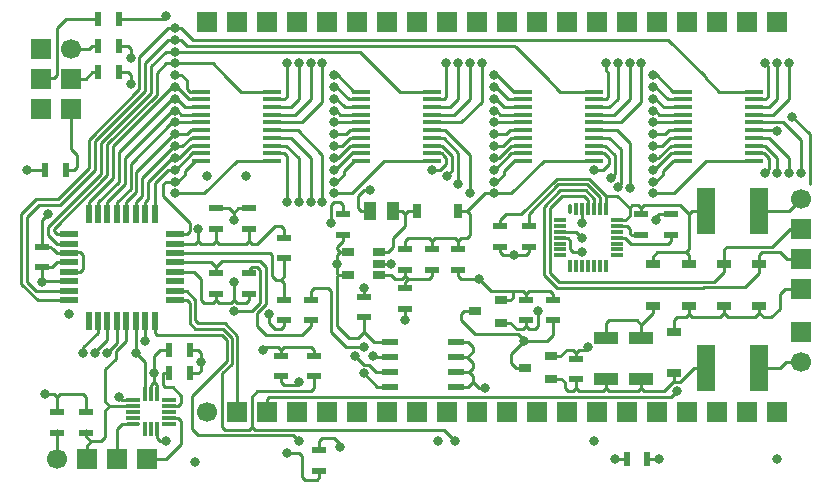
<source format=gbr>
G04 #@! TF.GenerationSoftware,KiCad,Pcbnew,(5.1.2-1)-1*
G04 #@! TF.CreationDate,2019-10-19T13:23:49+03:00*
G04 #@! TF.ProjectId,mag,6d61672e-6b69-4636-9164-5f7063625858,rev?*
G04 #@! TF.SameCoordinates,Original*
G04 #@! TF.FileFunction,Copper,L4,Bot*
G04 #@! TF.FilePolarity,Positive*
%FSLAX46Y46*%
G04 Gerber Fmt 4.6, Leading zero omitted, Abs format (unit mm)*
G04 Created by KiCad (PCBNEW (5.1.2-1)-1) date 2019-10-19 13:23:49*
%MOMM*%
%LPD*%
G04 APERTURE LIST*
%ADD10C,1.700000*%
%ADD11R,1.700000X1.700000*%
%ADD12R,1.250000X0.500000*%
%ADD13R,1.473200X0.609600*%
%ADD14R,1.200000X0.800000*%
%ADD15R,0.800000X1.200000*%
%ADD16R,0.500000X1.250000*%
%ADD17R,1.100000X0.800000*%
%ADD18R,0.300000X1.200000*%
%ADD19R,1.200000X0.300000*%
%ADD20O,1.200000X0.300000*%
%ADD21R,0.300000X1.000000*%
%ADD22O,0.300000X1.000000*%
%ADD23R,1.000000X0.300000*%
%ADD24R,2.000000X1.000000*%
%ADD25R,1.000000X1.500000*%
%ADD26R,1.500000X4.000000*%
%ADD27R,1.100000X0.700000*%
%ADD28R,1.500000X0.550000*%
%ADD29R,0.550000X1.500000*%
%ADD30R,1.500000X0.400000*%
%ADD31C,0.800000*%
%ADD32C,0.250000*%
G04 APERTURE END LIST*
D10*
X117750000Y-75000000D03*
D11*
X120290000Y-75000000D03*
X122830000Y-75000000D03*
X125370000Y-75000000D03*
X127910000Y-75000000D03*
X130450000Y-75000000D03*
X132990000Y-75000000D03*
X135530000Y-75000000D03*
X138070000Y-75000000D03*
X140610000Y-75000000D03*
X143150000Y-75000000D03*
X145690000Y-75000000D03*
X148230000Y-75000000D03*
X150770000Y-75000000D03*
X153310000Y-75000000D03*
X155850000Y-75000000D03*
X158390000Y-75000000D03*
X160930000Y-75000000D03*
X163470000Y-75000000D03*
X166010000Y-75000000D03*
X117750000Y-41980000D03*
X120290000Y-41980000D03*
X122830000Y-41980000D03*
X125370000Y-41980000D03*
X127910000Y-41980000D03*
X130450000Y-41980000D03*
X132990000Y-41980000D03*
X135530000Y-41980000D03*
X138070000Y-41980000D03*
X140610000Y-41980000D03*
X143150000Y-41980000D03*
X145690000Y-41980000D03*
X148230000Y-41980000D03*
X150770000Y-41980000D03*
X153310000Y-41980000D03*
X155850000Y-41980000D03*
X158390000Y-41980000D03*
X160930000Y-41980000D03*
X163470000Y-41980000D03*
X166010000Y-41980000D03*
D12*
X118500000Y-65000000D03*
X118500000Y-63250000D03*
X121250000Y-65000000D03*
X121250000Y-63250000D03*
X121250000Y-57750000D03*
X121250000Y-59500000D03*
X118500000Y-57750000D03*
X118500000Y-59500000D03*
X131000000Y-65250000D03*
X131000000Y-67000000D03*
D13*
X133206000Y-69095000D03*
X133206000Y-70365000D03*
X133206000Y-71635000D03*
X133206000Y-72905000D03*
X138794000Y-72905000D03*
X138794000Y-71635000D03*
X138794000Y-70365000D03*
X138794000Y-69095000D03*
D14*
X158500000Y-62500000D03*
X158500000Y-66000000D03*
X155500000Y-66000000D03*
X155500000Y-62500000D03*
D15*
X139000000Y-58000000D03*
X135500000Y-58000000D03*
D14*
X157250000Y-71750000D03*
X157250000Y-68250000D03*
X161500000Y-62500000D03*
X161500000Y-66000000D03*
X164500000Y-62500000D03*
X164500000Y-66000000D03*
D12*
X103750000Y-62750000D03*
X103750000Y-61000000D03*
D11*
X112620000Y-79000000D03*
X110080000Y-79000000D03*
X107540000Y-79000000D03*
D10*
X105000000Y-79000000D03*
D16*
X108500000Y-44000000D03*
X110250000Y-44000000D03*
X108500000Y-41750000D03*
X110250000Y-41750000D03*
X108500000Y-46250000D03*
X110250000Y-46250000D03*
D12*
X126500000Y-65500000D03*
X126500000Y-67250000D03*
X124000000Y-72000000D03*
X124000000Y-70250000D03*
X126750000Y-72000000D03*
X126750000Y-70250000D03*
D17*
X144650000Y-71250000D03*
X146850000Y-72200000D03*
X146850000Y-70300000D03*
D16*
X153250000Y-79000000D03*
X155000000Y-79000000D03*
D12*
X149000000Y-70500000D03*
X149000000Y-72250000D03*
X127250000Y-78250000D03*
X127250000Y-80000000D03*
D16*
X116250000Y-71750000D03*
X114500000Y-71750000D03*
D18*
X112500000Y-76475000D03*
X113000000Y-76475000D03*
X113500000Y-76475000D03*
D19*
X114500000Y-76000000D03*
X114500000Y-75500000D03*
X114500000Y-75000000D03*
X114500000Y-74500000D03*
X114500000Y-74000000D03*
X111500000Y-74000000D03*
X111500000Y-74500000D03*
D20*
X111500000Y-76000000D03*
D19*
X111500000Y-75500000D03*
X111500000Y-75000000D03*
D18*
X113500000Y-73500000D03*
X112500000Y-73500000D03*
X113000000Y-73500000D03*
D16*
X116250000Y-69750000D03*
X114500000Y-69750000D03*
D21*
X151500000Y-57850000D03*
X148500000Y-62650000D03*
X149500000Y-62650000D03*
X150500000Y-62650000D03*
X150000000Y-62650000D03*
X149000000Y-62650000D03*
X151500000Y-62650000D03*
X149000000Y-57850000D03*
X150000000Y-57850000D03*
X150500000Y-57850000D03*
X149500000Y-57850000D03*
D22*
X148500000Y-57850000D03*
D21*
X151000000Y-57850000D03*
X151000000Y-62650000D03*
D23*
X152400000Y-58750000D03*
X152400000Y-61250000D03*
X152400000Y-60250000D03*
X152400000Y-59750000D03*
X152400000Y-60750000D03*
X152400000Y-61750000D03*
X152400000Y-59250000D03*
X147600000Y-61750000D03*
X147600000Y-61250000D03*
X147600000Y-60750000D03*
X147600000Y-58750000D03*
X147600000Y-59250000D03*
X147600000Y-59750000D03*
X147600000Y-60250000D03*
D24*
X151500000Y-68750000D03*
X151500000Y-72250000D03*
X154500000Y-68750000D03*
X154500000Y-72250000D03*
D11*
X168000000Y-64620000D03*
X168000000Y-62080000D03*
X168000000Y-59540000D03*
D10*
X168000000Y-57000000D03*
D11*
X168000000Y-68250000D03*
D10*
X168000000Y-70790000D03*
D12*
X157000000Y-60000000D03*
X157000000Y-58250000D03*
X154500000Y-60000000D03*
X154500000Y-58250000D03*
X134500000Y-66250000D03*
X134500000Y-64500000D03*
X134500000Y-63000000D03*
X134500000Y-61250000D03*
D25*
X133499999Y-58000000D03*
X131499999Y-58000000D03*
D17*
X140400000Y-66500000D03*
X142600000Y-67450000D03*
X142600000Y-65550000D03*
D26*
X160000000Y-58000000D03*
X164500000Y-58000000D03*
X160000000Y-71250000D03*
X164500000Y-71250000D03*
D27*
X129650000Y-61500000D03*
X129650000Y-63400000D03*
X132250000Y-63400000D03*
X132250000Y-62450000D03*
X132250000Y-61500000D03*
D12*
X145000000Y-61000000D03*
X145000000Y-59250000D03*
X142500000Y-61000000D03*
X142500000Y-59250000D03*
X139000000Y-63000000D03*
X139000000Y-61250000D03*
X144750000Y-65500000D03*
X144750000Y-67250000D03*
X136750000Y-63000000D03*
X136750000Y-61250000D03*
X147000000Y-65500000D03*
X147000000Y-67250000D03*
X129250000Y-58250000D03*
X129250000Y-60000000D03*
X105000000Y-76750000D03*
X105000000Y-75000000D03*
X107500000Y-76750000D03*
X107500000Y-75000000D03*
D16*
X105750000Y-54500000D03*
X104000000Y-54500000D03*
D12*
X124250000Y-62000000D03*
X124250000Y-60250000D03*
X124250000Y-67250000D03*
X124250000Y-65500000D03*
D28*
X106000000Y-65550000D03*
X106000000Y-64750000D03*
X106000000Y-63950000D03*
X106000000Y-63150000D03*
X106000000Y-62350000D03*
X106000000Y-61550000D03*
X106000000Y-60750000D03*
X106000000Y-59950000D03*
D29*
X107700000Y-58250000D03*
X108500000Y-58250000D03*
X109300000Y-58250000D03*
X110100000Y-58250000D03*
X110900000Y-58250000D03*
X111700000Y-58250000D03*
X112500000Y-58250000D03*
X113300000Y-58250000D03*
D28*
X115000000Y-59950000D03*
X115000000Y-60750000D03*
X115000000Y-61550000D03*
X115000000Y-62350000D03*
X115000000Y-63150000D03*
X115000000Y-63950000D03*
X115000000Y-64750000D03*
X115000000Y-65550000D03*
D29*
X113300000Y-67300000D03*
X112500000Y-67300000D03*
X111700000Y-67300000D03*
X110900000Y-67300000D03*
X110100000Y-67300000D03*
X109300000Y-67300000D03*
X108500000Y-67300000D03*
X107700000Y-67300000D03*
D30*
X117250000Y-53750000D03*
X123250000Y-53750000D03*
X117250000Y-53100000D03*
X123250000Y-53100000D03*
X117250000Y-52450000D03*
X123250000Y-52450000D03*
X117250000Y-51800000D03*
X123250000Y-51800000D03*
X117250000Y-51150000D03*
X123250000Y-51150000D03*
X117250000Y-50500000D03*
X123250000Y-50500000D03*
X117250000Y-49850000D03*
X123250000Y-49850000D03*
X117250000Y-49200000D03*
X123250000Y-49200000D03*
X117250000Y-48550000D03*
X123250000Y-48550000D03*
X117250000Y-47900000D03*
X123250000Y-47900000D03*
X136750000Y-47900000D03*
X130750000Y-47900000D03*
X136750000Y-48550000D03*
X130750000Y-48550000D03*
X136750000Y-49200000D03*
X130750000Y-49200000D03*
X136750000Y-49850000D03*
X130750000Y-49850000D03*
X136750000Y-50500000D03*
X130750000Y-50500000D03*
X136750000Y-51150000D03*
X130750000Y-51150000D03*
X136750000Y-51800000D03*
X130750000Y-51800000D03*
X136750000Y-52450000D03*
X130750000Y-52450000D03*
X136750000Y-53100000D03*
X130750000Y-53100000D03*
X136750000Y-53750000D03*
X130750000Y-53750000D03*
D10*
X106250000Y-44250000D03*
D11*
X106250000Y-46790000D03*
X106250000Y-49330000D03*
X103710000Y-44250000D03*
X103710000Y-46790000D03*
X103710000Y-49330000D03*
D30*
X144500000Y-53750000D03*
X150500000Y-53750000D03*
X144500000Y-53100000D03*
X150500000Y-53100000D03*
X144500000Y-52450000D03*
X150500000Y-52450000D03*
X144500000Y-51800000D03*
X150500000Y-51800000D03*
X144500000Y-51150000D03*
X150500000Y-51150000D03*
X144500000Y-50500000D03*
X150500000Y-50500000D03*
X144500000Y-49850000D03*
X150500000Y-49850000D03*
X144500000Y-49200000D03*
X150500000Y-49200000D03*
X144500000Y-48550000D03*
X150500000Y-48550000D03*
X144500000Y-47900000D03*
X150500000Y-47900000D03*
X164000000Y-47900000D03*
X158000000Y-47900000D03*
X164000000Y-48550000D03*
X158000000Y-48550000D03*
X164000000Y-49200000D03*
X158000000Y-49200000D03*
X164000000Y-49850000D03*
X158000000Y-49850000D03*
X164000000Y-50500000D03*
X158000000Y-50500000D03*
X164000000Y-51150000D03*
X158000000Y-51150000D03*
X164000000Y-51800000D03*
X158000000Y-51800000D03*
X164000000Y-52450000D03*
X158000000Y-52450000D03*
X164000000Y-53100000D03*
X158000000Y-53100000D03*
X164000000Y-53750000D03*
X158000000Y-53750000D03*
D31*
X117750000Y-55000000D03*
X121000000Y-55000000D03*
X115000000Y-42500000D03*
X115000000Y-43500000D03*
X115000000Y-44500000D03*
X115000000Y-45500000D03*
X142000000Y-47500000D03*
X128500000Y-47500000D03*
X115000000Y-47500000D03*
X155500000Y-47500000D03*
X142000000Y-48500000D03*
X128500000Y-48500000D03*
X115000000Y-48500000D03*
X155500000Y-48500000D03*
X142000000Y-49500000D03*
X128500000Y-49500000D03*
X115000000Y-49500000D03*
X155500000Y-49500000D03*
X142000000Y-50500000D03*
X128500000Y-50500000D03*
X115000000Y-50500000D03*
X155500000Y-50500000D03*
X142000000Y-51500000D03*
X128500000Y-51500000D03*
X115000000Y-51500000D03*
X155500000Y-51500000D03*
X142000000Y-52500000D03*
X128500000Y-52500000D03*
X115000000Y-52500000D03*
X155500000Y-52500000D03*
X142000000Y-53500000D03*
X128500000Y-53500000D03*
X115000000Y-53500000D03*
X155500000Y-53500000D03*
X114250000Y-41500000D03*
X155500000Y-54500000D03*
X115000000Y-54500000D03*
X128500000Y-54500000D03*
X142000000Y-54500000D03*
X111250000Y-45000000D03*
X142000000Y-55500000D03*
X128500000Y-55500000D03*
X115000000Y-55500000D03*
X155500000Y-55500000D03*
X111250000Y-47250000D03*
X138750000Y-77500000D03*
X125500000Y-77500000D03*
X125500000Y-72500000D03*
X111750000Y-70000000D03*
X131000000Y-71750000D03*
X130250000Y-70250000D03*
X109250000Y-70000000D03*
X124500000Y-57250000D03*
X125500000Y-57250000D03*
X126500000Y-57250000D03*
X127500000Y-57250000D03*
X127500000Y-45500000D03*
X126500000Y-45500000D03*
X125500000Y-45500000D03*
X124500000Y-45500000D03*
X138000000Y-45500000D03*
X139000000Y-45500000D03*
X140000000Y-45500000D03*
X141000000Y-45500000D03*
X140000000Y-56500000D03*
X139000000Y-55750000D03*
X138030154Y-55030154D03*
X136750000Y-54550002D03*
X150500000Y-54550002D03*
X151945299Y-55167948D03*
X152500000Y-56000000D03*
X153500000Y-56025306D03*
X154500000Y-45500000D03*
X153500000Y-45500000D03*
X152500000Y-45500000D03*
X151500000Y-45500000D03*
X165000000Y-45500000D03*
X166000000Y-45500000D03*
X167000000Y-45500000D03*
X168000000Y-54750000D03*
X166000000Y-51250000D03*
X167250000Y-50000000D03*
X157500000Y-73250000D03*
X167000000Y-54750000D03*
X166000000Y-54750000D03*
X165000000Y-54750000D03*
X117000000Y-59500000D03*
X102500000Y-54500000D03*
X131500000Y-56250000D03*
X128750000Y-62500000D03*
X104000000Y-73500000D03*
X120000000Y-66500000D03*
X122500000Y-69750000D03*
X104250000Y-58250000D03*
X144599980Y-69000000D03*
X120000000Y-64000000D03*
X120000000Y-58750000D03*
X142000000Y-46500000D03*
X128500000Y-46500000D03*
X115000000Y-46500000D03*
X155500000Y-46500000D03*
X137250000Y-77500000D03*
X150500000Y-77500000D03*
X103750000Y-64000000D03*
X106000000Y-66750000D03*
X166000000Y-79000000D03*
X149500000Y-59000000D03*
X155750000Y-58750000D03*
X143750000Y-61750000D03*
X140750000Y-63750000D03*
X134500000Y-67250000D03*
X133263212Y-62457060D03*
X129000000Y-78000000D03*
X128250000Y-59000000D03*
X117250000Y-70750000D03*
X110250000Y-73750000D03*
X131000000Y-64500000D03*
X131750000Y-70250000D03*
X123000000Y-66750000D03*
X141250000Y-73000000D03*
X116750000Y-79250000D03*
X108250000Y-70000000D03*
X149500000Y-60275000D03*
X107250000Y-70000000D03*
X149500000Y-61500000D03*
X124500000Y-78500000D03*
X114250000Y-77500000D03*
X113250000Y-71750000D03*
X131000000Y-69500000D03*
X145750000Y-66500000D03*
X149963342Y-69518329D03*
X156000000Y-79000000D03*
X142000000Y-56500000D03*
X128500000Y-56500000D03*
X115000000Y-56500000D03*
X155500000Y-56500000D03*
X112500000Y-69000000D03*
X152250000Y-79000000D03*
D32*
X118500000Y-62750000D02*
X118500000Y-63250000D01*
X118100000Y-62350000D02*
X118500000Y-62750000D01*
X115000000Y-62350000D02*
X118100000Y-62350000D01*
X119000000Y-62250000D02*
X118500000Y-62750000D01*
X122250000Y-62250000D02*
X119000000Y-62250000D01*
X122750000Y-62750000D02*
X122250000Y-62250000D01*
X122000000Y-66636410D02*
X122750000Y-65886410D01*
X122750000Y-65886410D02*
X122750000Y-62750000D01*
X122000000Y-67750000D02*
X122000000Y-66636410D01*
X122750000Y-68500000D02*
X122000000Y-67750000D01*
X125750000Y-68500000D02*
X122750000Y-68500000D01*
X126500000Y-67750000D02*
X125750000Y-68500000D01*
X126500000Y-67250000D02*
X126500000Y-67750000D01*
X161100012Y-47900000D02*
X163750000Y-47900000D01*
X159850006Y-46649994D02*
X161100012Y-47900000D01*
X159850006Y-46600006D02*
X159850006Y-46649994D01*
X115565685Y-42500000D02*
X116565685Y-43500000D01*
X156750000Y-43500000D02*
X159850006Y-46600006D01*
X116565685Y-43500000D02*
X156750000Y-43500000D01*
X115000000Y-42500000D02*
X115565685Y-42500000D01*
X112000000Y-47704360D02*
X112000000Y-44934315D01*
X107750000Y-51954360D02*
X112000000Y-47704360D01*
X114434315Y-42500000D02*
X115000000Y-42500000D01*
X107750000Y-54363590D02*
X107750000Y-51954360D01*
X105113590Y-57000000D02*
X107750000Y-54363590D01*
X112000000Y-44934315D02*
X114434315Y-42500000D01*
X103250000Y-57000000D02*
X105113590Y-57000000D01*
X102000000Y-58250000D02*
X103250000Y-57000000D01*
X103413590Y-65550000D02*
X102000000Y-64136410D01*
X102000000Y-64136410D02*
X102000000Y-58250000D01*
X106000000Y-65550000D02*
X103413590Y-65550000D01*
X146475006Y-46774994D02*
X146350006Y-46649994D01*
X147600012Y-47900000D02*
X147475006Y-47774994D01*
X150250000Y-47900000D02*
X147600012Y-47900000D01*
X147475006Y-47774994D02*
X146475006Y-46774994D01*
X115565685Y-43500000D02*
X116065685Y-44000000D01*
X115000000Y-43500000D02*
X115565685Y-43500000D01*
X143700012Y-44000000D02*
X143850006Y-44149994D01*
X116065685Y-44000000D02*
X143700012Y-44000000D01*
X143850006Y-44149994D02*
X146475006Y-46774994D01*
X114434315Y-43500000D02*
X115000000Y-43500000D01*
X108250000Y-54500000D02*
X108250000Y-52090770D01*
X105250000Y-57500000D02*
X108250000Y-54500000D01*
X112500000Y-45434315D02*
X114434315Y-43500000D01*
X102500000Y-64000000D02*
X102500000Y-58500000D01*
X108250000Y-52090770D02*
X112500000Y-47840770D01*
X103250000Y-64750000D02*
X102500000Y-64000000D01*
X103500000Y-57500000D02*
X105250000Y-57500000D01*
X112500000Y-47840770D02*
X112500000Y-45434315D01*
X102500000Y-58500000D02*
X103500000Y-57500000D01*
X106000000Y-64750000D02*
X103250000Y-64750000D01*
X134100012Y-47900000D02*
X136750000Y-47900000D01*
X130700012Y-44500000D02*
X134100012Y-47900000D01*
X115000000Y-44500000D02*
X130700012Y-44500000D01*
X108849981Y-52150019D02*
X108849982Y-52127198D01*
X108750000Y-52250000D02*
X108849981Y-52150019D01*
X114250000Y-44500000D02*
X115000000Y-44500000D01*
X108750000Y-54863590D02*
X108750000Y-52250000D01*
X104299991Y-60049991D02*
X104299991Y-59313599D01*
X108849982Y-52127198D02*
X113000000Y-47977180D01*
X104299991Y-59313599D02*
X108750000Y-54863590D01*
X105000000Y-60750000D02*
X104299991Y-60049991D01*
X113000000Y-45750000D02*
X114250000Y-44500000D01*
X113000000Y-47977180D02*
X113000000Y-45750000D01*
X106000000Y-60750000D02*
X105000000Y-60750000D01*
X123250000Y-47900000D02*
X120600012Y-47900000D01*
X115000000Y-45500000D02*
X118200012Y-45500000D01*
X118200012Y-45500000D02*
X119350006Y-46649994D01*
X120600012Y-47900000D02*
X119350006Y-46649994D01*
X114250000Y-45500000D02*
X115000000Y-45500000D01*
X109299991Y-52313599D02*
X113450010Y-48163580D01*
X109299991Y-54950009D02*
X109299991Y-52313599D01*
X104750000Y-59500000D02*
X109299991Y-54950009D01*
X104750000Y-59700000D02*
X104750000Y-59500000D01*
X113450010Y-48163580D02*
X113450010Y-46299990D01*
X105000000Y-59950000D02*
X104750000Y-59700000D01*
X113450010Y-46299990D02*
X114250000Y-45500000D01*
X106000000Y-59950000D02*
X105000000Y-59950000D01*
X143223002Y-48550000D02*
X142073002Y-47400001D01*
X144250000Y-48549999D02*
X143223002Y-48550000D01*
X142073002Y-47400001D02*
X142000000Y-47400000D01*
X129723002Y-48550000D02*
X128573002Y-47400001D01*
X130750000Y-48549999D02*
X129723002Y-48550000D01*
X128573002Y-47400001D02*
X128500000Y-47400000D01*
X115073002Y-47400001D02*
X115000000Y-47400000D01*
X117250000Y-48549999D02*
X116223002Y-48550000D01*
X116223002Y-48550000D02*
X115073002Y-47400001D01*
X156723002Y-48550000D02*
X155573002Y-47400001D01*
X157750000Y-48549999D02*
X156723002Y-48550000D01*
X155573002Y-47400001D02*
X155500000Y-47400000D01*
X114750000Y-47500000D02*
X115000000Y-47500000D01*
X109750000Y-52500000D02*
X114750000Y-47500000D01*
X109750000Y-55200000D02*
X109750000Y-52500000D01*
X107700000Y-57250000D02*
X109750000Y-55200000D01*
X107700000Y-58250000D02*
X107700000Y-57250000D01*
X142873002Y-49200000D02*
X142725001Y-49051999D01*
X144250000Y-49200000D02*
X142873002Y-49200000D01*
X142073002Y-48399999D02*
X142000000Y-48400000D01*
X142725001Y-49051999D02*
X142073002Y-48399999D01*
X129373002Y-49200000D02*
X129225001Y-49051999D01*
X130750000Y-49200000D02*
X129373002Y-49200000D01*
X129225001Y-49051999D02*
X128573002Y-48399999D01*
X128573002Y-48399999D02*
X128500000Y-48400000D01*
X115725001Y-49051999D02*
X115073002Y-48399999D01*
X115073002Y-48399999D02*
X115000000Y-48400000D01*
X115873002Y-49200000D02*
X115725001Y-49051999D01*
X117250000Y-49200000D02*
X115873002Y-49200000D01*
X156373002Y-49200000D02*
X156225001Y-49051999D01*
X157750000Y-49200000D02*
X156373002Y-49200000D01*
X155573002Y-48399999D02*
X155500000Y-48400000D01*
X156225001Y-49051999D02*
X155573002Y-48399999D01*
X110250000Y-53000000D02*
X114750000Y-48500000D01*
X110250000Y-55500000D02*
X110250000Y-53000000D01*
X114750000Y-48500000D02*
X115000000Y-48500000D01*
X108500000Y-57250000D02*
X110250000Y-55500000D01*
X108500000Y-58250000D02*
X108500000Y-57250000D01*
X142523002Y-49850000D02*
X142073002Y-49400000D01*
X144250000Y-49850000D02*
X142523002Y-49850000D01*
X142073002Y-49400000D02*
X142000000Y-49400000D01*
X130750000Y-49850000D02*
X129023002Y-49850000D01*
X129023002Y-49850000D02*
X128573002Y-49400000D01*
X128573002Y-49400000D02*
X128500000Y-49400000D01*
X115073002Y-49400000D02*
X115000000Y-49400000D01*
X117250000Y-49850000D02*
X115523002Y-49850000D01*
X115523002Y-49850000D02*
X115073002Y-49400000D01*
X156023002Y-49850000D02*
X155573002Y-49400000D01*
X157750000Y-49850000D02*
X156023002Y-49850000D01*
X155573002Y-49400000D02*
X155500000Y-49400000D01*
X114750000Y-49500000D02*
X115000000Y-49500000D01*
X110750000Y-53500000D02*
X114750000Y-49500000D01*
X110750000Y-55750000D02*
X110750000Y-53500000D01*
X109300000Y-57200000D02*
X110750000Y-55750000D01*
X109300000Y-58250000D02*
X109300000Y-57200000D01*
X142100000Y-50500000D02*
X142000000Y-50400000D01*
X144250000Y-50500001D02*
X142100000Y-50500000D01*
X130750000Y-50500001D02*
X128600000Y-50500000D01*
X128600000Y-50500000D02*
X128500000Y-50400000D01*
X117250000Y-50500001D02*
X115100000Y-50500000D01*
X115100000Y-50500000D02*
X115000000Y-50400000D01*
X155600000Y-50500000D02*
X155500000Y-50400000D01*
X157750000Y-50500001D02*
X155600000Y-50500000D01*
X111250000Y-54000000D02*
X114750000Y-50500000D01*
X111250000Y-56100000D02*
X111250000Y-54000000D01*
X114750000Y-50500000D02*
X115000000Y-50500000D01*
X110100000Y-57250000D02*
X111250000Y-56100000D01*
X110100000Y-58250000D02*
X110100000Y-57250000D01*
X116000000Y-51500000D02*
X115000000Y-51500000D01*
X116350000Y-51150000D02*
X116000000Y-51500000D01*
X117500000Y-51150000D02*
X116350000Y-51150000D01*
X129500000Y-51500000D02*
X128500000Y-51500000D01*
X129850000Y-51150000D02*
X129500000Y-51500000D01*
X131000000Y-51150000D02*
X129850000Y-51150000D01*
X143000000Y-51500000D02*
X142000000Y-51500000D01*
X143350000Y-51150000D02*
X143000000Y-51500000D01*
X144500000Y-51150000D02*
X143350000Y-51150000D01*
X158000000Y-51150000D02*
X156850000Y-51150000D01*
X156500000Y-51500000D02*
X155500000Y-51500000D01*
X156850000Y-51150000D02*
X156500000Y-51500000D01*
X110900000Y-57250000D02*
X111750000Y-56400000D01*
X110900000Y-58250000D02*
X110900000Y-57250000D01*
X111750000Y-56400000D02*
X111750000Y-55250000D01*
X111750000Y-55250000D02*
X111750000Y-54750000D01*
X114926998Y-51500000D02*
X111750000Y-54676998D01*
X111750000Y-54676998D02*
X111750000Y-55250000D01*
X115000000Y-51500000D02*
X114926998Y-51500000D01*
X117500000Y-51800000D02*
X116450000Y-51800000D01*
X131000000Y-51800000D02*
X129950000Y-51800000D01*
X143450000Y-51800000D02*
X142750000Y-52500000D01*
X144500000Y-51800000D02*
X143450000Y-51800000D01*
X142750000Y-52500000D02*
X142000000Y-52500000D01*
X142073001Y-52400000D02*
X142000000Y-52400000D01*
X128573001Y-52400000D02*
X128500000Y-52400000D01*
X115073001Y-52400000D02*
X115000000Y-52400000D01*
X158000000Y-51800000D02*
X156950000Y-51800000D01*
X156250000Y-52500000D02*
X155500000Y-52500000D01*
X156950000Y-51800000D02*
X156250000Y-52500000D01*
X115636410Y-52500000D02*
X115565685Y-52500000D01*
X116336410Y-51800000D02*
X115636410Y-52500000D01*
X115565685Y-52500000D02*
X115000000Y-52500000D01*
X117250000Y-51800000D02*
X116336410Y-51800000D01*
X129065685Y-52500000D02*
X128500000Y-52500000D01*
X129136410Y-52500000D02*
X129065685Y-52500000D01*
X129836410Y-51800000D02*
X129136410Y-52500000D01*
X130750000Y-51800000D02*
X129836410Y-51800000D01*
X111700000Y-57250000D02*
X111700000Y-58250000D01*
X112250000Y-56700000D02*
X111700000Y-57250000D01*
X112250000Y-55176998D02*
X112250000Y-56700000D01*
X114926998Y-52500000D02*
X112250000Y-55176998D01*
X115000000Y-52500000D02*
X114926998Y-52500000D01*
X142073002Y-53400000D02*
X142000000Y-53400000D01*
X128573002Y-53400000D02*
X128500000Y-53400000D01*
X115073002Y-53400000D02*
X115000000Y-53400000D01*
X156000000Y-53450000D02*
X156000000Y-53463590D01*
X157000000Y-52450000D02*
X156000000Y-53450000D01*
X158000000Y-52450000D02*
X157000000Y-52450000D01*
X155963590Y-53500000D02*
X155500000Y-53500000D01*
X156000000Y-53463590D02*
X155963590Y-53500000D01*
X130000000Y-52450000D02*
X131000000Y-52450000D01*
X143500000Y-52450000D02*
X144500000Y-52450000D01*
X142450000Y-53500000D02*
X143500000Y-52450000D01*
X142000000Y-53500000D02*
X142450000Y-53500000D01*
X116500000Y-52450000D02*
X117500000Y-52450000D01*
X115314998Y-53500000D02*
X115000000Y-53500000D01*
X116364998Y-52450000D02*
X115314998Y-53500000D01*
X117250000Y-52450000D02*
X116364998Y-52450000D01*
X128814998Y-53500000D02*
X128500000Y-53500000D01*
X129864998Y-52450000D02*
X128814998Y-53500000D01*
X130750000Y-52450000D02*
X129864998Y-52450000D01*
X112500000Y-57250000D02*
X112500000Y-58250000D01*
X112750000Y-57000000D02*
X112500000Y-57250000D01*
X112750000Y-55500000D02*
X112750000Y-57000000D01*
X114750000Y-53500000D02*
X112750000Y-55500000D01*
X115000000Y-53500000D02*
X114750000Y-53500000D01*
X114000000Y-41750000D02*
X114250000Y-41500000D01*
X110250000Y-41750000D02*
X114000000Y-41750000D01*
X117500000Y-53100000D02*
X116500000Y-53100000D01*
X131000000Y-53100000D02*
X130000000Y-53100000D01*
X143500000Y-53100000D02*
X142100000Y-54500000D01*
X144500000Y-53100000D02*
X143500000Y-53100000D01*
X142073002Y-54400000D02*
X142000000Y-54400000D01*
X128573002Y-54400000D02*
X128500000Y-54400000D01*
X115073002Y-54400000D02*
X115000000Y-54400000D01*
X113300000Y-58250000D02*
X113300000Y-55634315D01*
X114434315Y-54500000D02*
X115000000Y-54500000D01*
X113300000Y-55634315D02*
X114434315Y-54500000D01*
X155600000Y-54500000D02*
X155500000Y-54500000D01*
X157000000Y-53100000D02*
X155600000Y-54500000D01*
X158000000Y-53100000D02*
X157000000Y-53100000D01*
X116473002Y-53100000D02*
X115073002Y-54500000D01*
X115073002Y-54500000D02*
X115000000Y-54500000D01*
X117250000Y-53100000D02*
X116473002Y-53100000D01*
X128573002Y-54500000D02*
X128500000Y-54500000D01*
X129973002Y-53100000D02*
X128573002Y-54500000D01*
X130750000Y-53100000D02*
X129973002Y-53100000D01*
X111250000Y-45000000D02*
X111250000Y-44434315D01*
X111250000Y-44434315D02*
X111250000Y-44250000D01*
X111250000Y-44250000D02*
X111000000Y-44000000D01*
X111000000Y-44000000D02*
X110250000Y-44000000D01*
X142000000Y-55450000D02*
X142000000Y-55500000D01*
X130750000Y-53750000D02*
X130200000Y-53750000D01*
X128500000Y-55450000D02*
X128500000Y-55500000D01*
X115000000Y-55450000D02*
X115000000Y-55500000D01*
X117250000Y-53750000D02*
X116700000Y-53750000D01*
X157200000Y-53750000D02*
X157750000Y-53750000D01*
X155750000Y-55500000D02*
X156350000Y-54900000D01*
X156350000Y-54600000D02*
X157200000Y-53750000D01*
X156350000Y-54900000D02*
X156350000Y-54600000D01*
X155500000Y-55500000D02*
X155750000Y-55500000D01*
X143700000Y-53750000D02*
X144250000Y-53750000D01*
X142850000Y-54600000D02*
X143700000Y-53750000D01*
X142850000Y-54900000D02*
X142850000Y-54600000D01*
X142250000Y-55500000D02*
X142850000Y-54900000D01*
X142000000Y-55500000D02*
X142250000Y-55500000D01*
X130200000Y-53750000D02*
X130750000Y-53750000D01*
X129350000Y-54600000D02*
X130200000Y-53750000D01*
X129350000Y-54900000D02*
X129350000Y-54600000D01*
X128750000Y-55500000D02*
X129350000Y-54900000D01*
X128500000Y-55500000D02*
X128750000Y-55500000D01*
X115850000Y-54600000D02*
X116700000Y-53750000D01*
X116700000Y-53750000D02*
X117250000Y-53750000D01*
X115850000Y-54900000D02*
X115850000Y-54600000D01*
X115250000Y-55500000D02*
X115850000Y-54900000D01*
X115000000Y-55500000D02*
X115250000Y-55500000D01*
X116250000Y-59000000D02*
X116250000Y-59700000D01*
X114250000Y-55500000D02*
X114000000Y-55750000D01*
X114000000Y-55750000D02*
X114000000Y-56750000D01*
X116000000Y-59950000D02*
X115000000Y-59950000D01*
X116250000Y-59700000D02*
X116000000Y-59950000D01*
X114000000Y-56750000D02*
X116250000Y-59000000D01*
X115000000Y-55500000D02*
X114250000Y-55500000D01*
X115000000Y-59950000D02*
X115800000Y-59950000D01*
X111250000Y-47250000D02*
X111250000Y-46500000D01*
X111250000Y-46500000D02*
X111000000Y-46250000D01*
X111000000Y-46250000D02*
X110250000Y-46250000D01*
X123950000Y-63800000D02*
X124250000Y-63500000D01*
X124250000Y-64100000D02*
X123950000Y-63800000D01*
X124250000Y-65500000D02*
X124250000Y-64100000D01*
X124250000Y-63500000D02*
X124250000Y-62000000D01*
X123550000Y-63800000D02*
X123950000Y-63800000D01*
X123250000Y-63500000D02*
X123550000Y-63800000D01*
X123250000Y-61750000D02*
X123250000Y-63500000D01*
X123050000Y-61550000D02*
X123250000Y-61750000D01*
X115000000Y-61550000D02*
X123050000Y-61550000D01*
X119243195Y-67493195D02*
X120290000Y-68540000D01*
X116000000Y-64750000D02*
X116750000Y-65500000D01*
X116993195Y-67493195D02*
X119243195Y-67493195D01*
X120290000Y-68540000D02*
X120290000Y-75000000D01*
X115000000Y-64750000D02*
X116000000Y-64750000D01*
X116750000Y-67250000D02*
X116993195Y-67493195D01*
X116750000Y-65500000D02*
X116750000Y-67250000D01*
X138125000Y-76875000D02*
X138750000Y-77500000D01*
X137750000Y-76500000D02*
X138125000Y-76875000D01*
X119839990Y-68726400D02*
X119839990Y-70910010D01*
X119000000Y-76250000D02*
X119250000Y-76500000D01*
X119000000Y-71750000D02*
X119000000Y-76250000D01*
X119839990Y-70910010D02*
X119000000Y-71750000D01*
X122000000Y-73250000D02*
X121500000Y-73750000D01*
X126500000Y-73250000D02*
X122000000Y-73250000D01*
X126750000Y-72000000D02*
X126750000Y-73000000D01*
X126750000Y-73000000D02*
X126500000Y-73250000D01*
X121500000Y-76250000D02*
X121250000Y-76500000D01*
X121500000Y-73750000D02*
X121500000Y-76250000D01*
X119250000Y-76500000D02*
X121250000Y-76500000D01*
X121500000Y-76250000D02*
X121750000Y-76500000D01*
X121750000Y-76500000D02*
X137750000Y-76500000D01*
X115000000Y-65550000D02*
X116050000Y-65550000D01*
X116050000Y-65550000D02*
X116250000Y-65750000D01*
X116250000Y-65750000D02*
X116250000Y-67500000D01*
X116250000Y-67500000D02*
X116693205Y-67943205D01*
X116693205Y-67943205D02*
X119056795Y-67943205D01*
X119056795Y-67943205D02*
X119839990Y-68726400D01*
X113300000Y-68300000D02*
X113300000Y-67300000D01*
X119389980Y-68912800D02*
X118977180Y-68500000D01*
X118977180Y-68500000D02*
X113500000Y-68500000D01*
X119389980Y-70723610D02*
X119389980Y-68912800D01*
X113500000Y-68500000D02*
X113300000Y-68300000D01*
X116431795Y-73681795D02*
X119389980Y-70723610D01*
X116431795Y-76431795D02*
X116431795Y-73681795D01*
X117000000Y-77000000D02*
X116431795Y-76431795D01*
X125000000Y-77000000D02*
X117000000Y-77000000D01*
X125500000Y-77500000D02*
X125000000Y-77000000D01*
X124000000Y-72000000D02*
X124000000Y-72500000D01*
X124000000Y-72500000D02*
X124250000Y-72750000D01*
X125250000Y-72750000D02*
X125500000Y-72500000D01*
X124250000Y-72750000D02*
X125250000Y-72750000D01*
X105000000Y-79000000D02*
X105000000Y-76500000D01*
X111700000Y-69950000D02*
X111750000Y-70000000D01*
X111700000Y-67300000D02*
X111700000Y-69950000D01*
X112500000Y-70750000D02*
X111750000Y-70000000D01*
X112500000Y-73700000D02*
X112500000Y-70750000D01*
X132155000Y-72905000D02*
X131000000Y-71750000D01*
X133206000Y-72905000D02*
X132155000Y-72905000D01*
X107540000Y-77900000D02*
X107940000Y-77500000D01*
X107540000Y-79000000D02*
X107540000Y-77900000D01*
X107875000Y-77500000D02*
X107940000Y-77500000D01*
X107500000Y-77125000D02*
X107875000Y-77500000D01*
X107500000Y-76500000D02*
X107500000Y-77125000D01*
X110568205Y-69318205D02*
X110900000Y-68986410D01*
X110550009Y-69336401D02*
X110550010Y-69318205D01*
X109125000Y-71375000D02*
X110000000Y-70500000D01*
X110900000Y-68986410D02*
X110900000Y-67300000D01*
X110550010Y-69318205D02*
X110568205Y-69318205D01*
X110000000Y-70500000D02*
X110000000Y-69886410D01*
X108750000Y-77500000D02*
X109125000Y-77125000D01*
X110000000Y-69886410D02*
X110550009Y-69336401D01*
X107940000Y-77500000D02*
X108750000Y-77500000D01*
X109500000Y-74500000D02*
X109125000Y-74875000D01*
X109125000Y-77125000D02*
X109125000Y-74875000D01*
X111700000Y-74500000D02*
X109500000Y-74500000D01*
X109125000Y-74125000D02*
X109500000Y-74500000D01*
X109125000Y-74125000D02*
X109125000Y-71375000D01*
X132061998Y-71635000D02*
X131426998Y-71000000D01*
X133206000Y-71635000D02*
X132061998Y-71635000D01*
X131000000Y-71000000D02*
X130250000Y-70250000D01*
X131426998Y-71000000D02*
X131000000Y-71000000D01*
X106250000Y-49250000D02*
X106250000Y-49500000D01*
X110100000Y-69150000D02*
X109250000Y-70000000D01*
X110100000Y-67300000D02*
X110100000Y-69150000D01*
X105750000Y-54500000D02*
X106250000Y-54500000D01*
X106250000Y-54500000D02*
X106500000Y-54500000D01*
X106500000Y-54500000D02*
X106750000Y-54250000D01*
X106750000Y-54250000D02*
X106750000Y-53250000D01*
X106750000Y-53250000D02*
X106250000Y-52750000D01*
X106250000Y-52750000D02*
X106250000Y-49250000D01*
X124250000Y-53100000D02*
X123250000Y-53100000D01*
X124500000Y-53350000D02*
X124250000Y-53100000D01*
X124500000Y-57250000D02*
X124500000Y-53350000D01*
X123250000Y-52450000D02*
X124450000Y-52450000D01*
X125500000Y-53500000D02*
X125500000Y-57250000D01*
X124450000Y-52450000D02*
X125500000Y-53500000D01*
X123250000Y-51800000D02*
X124800000Y-51800000D01*
X126500000Y-53500000D02*
X126500000Y-57250000D01*
X124800000Y-51800000D02*
X126500000Y-53500000D01*
X123250000Y-51150000D02*
X125400000Y-51150000D01*
X127500000Y-53250000D02*
X127500000Y-57250000D01*
X125400000Y-51150000D02*
X127500000Y-53250000D01*
X125750000Y-50500000D02*
X127500000Y-48750000D01*
X127500000Y-48750000D02*
X127500000Y-45500000D01*
X123250000Y-50500000D02*
X125750000Y-50500000D01*
X125150000Y-49850000D02*
X126500000Y-48500000D01*
X126500000Y-48500000D02*
X126500000Y-45500000D01*
X123250000Y-49850000D02*
X125150000Y-49850000D01*
X124800000Y-49200000D02*
X125500000Y-48500000D01*
X125500000Y-48500000D02*
X125500000Y-45500000D01*
X123250000Y-49200000D02*
X124800000Y-49200000D01*
X124500000Y-48300000D02*
X124500000Y-45500000D01*
X123250000Y-48550000D02*
X124250000Y-48550000D01*
X124250000Y-48550000D02*
X124500000Y-48300000D01*
X138000000Y-48300000D02*
X138000000Y-45500000D01*
X137750000Y-48550000D02*
X138000000Y-48300000D01*
X136750000Y-48550000D02*
X137750000Y-48550000D01*
X136750000Y-49200000D02*
X138300000Y-49200000D01*
X138300000Y-49200000D02*
X139000000Y-48500000D01*
X139000000Y-48500000D02*
X139000000Y-45500000D01*
X140000000Y-48500000D02*
X140000000Y-45500000D01*
X138650000Y-49850000D02*
X140000000Y-48500000D01*
X136750000Y-49850000D02*
X138650000Y-49850000D01*
X139250000Y-50500000D02*
X141000000Y-48750000D01*
X141000000Y-48750000D02*
X141000000Y-45500000D01*
X136750000Y-50500000D02*
X139250000Y-50500000D01*
X136750000Y-51150000D02*
X137900000Y-51150000D01*
X140000000Y-53250000D02*
X140000000Y-56500000D01*
X137900000Y-51150000D02*
X140000000Y-53250000D01*
X137750000Y-51800000D02*
X136750000Y-51800000D01*
X139000000Y-53050000D02*
X137750000Y-51800000D01*
X139000000Y-55750000D02*
X139000000Y-53050000D01*
X137586410Y-52450000D02*
X138500000Y-53363590D01*
X136750000Y-52450000D02*
X137586410Y-52450000D01*
X138500000Y-53363590D02*
X138500000Y-54171412D01*
X138500000Y-54560308D02*
X138030154Y-55030154D01*
X138500000Y-54171412D02*
X138500000Y-54560308D01*
X136750000Y-53100000D02*
X137600000Y-53100000D01*
X138000000Y-53500000D02*
X138000000Y-54035002D01*
X138000000Y-54035002D02*
X137485000Y-54550002D01*
X137485000Y-54550002D02*
X136750000Y-54550002D01*
X137825001Y-53325001D02*
X138000000Y-53500000D01*
X137600000Y-53100000D02*
X137825001Y-53325001D01*
X150500000Y-53100000D02*
X151350000Y-53100000D01*
X151350000Y-53100000D02*
X151575001Y-53325001D01*
X151575001Y-53325001D02*
X151750000Y-53500000D01*
X151235000Y-54550002D02*
X150500000Y-54550002D01*
X151750000Y-54035002D02*
X151235000Y-54550002D01*
X151750000Y-53500000D02*
X151750000Y-54035002D01*
X150250000Y-52450000D02*
X151450000Y-52450000D01*
X152250000Y-53250000D02*
X152250000Y-53500000D01*
X151450000Y-52450000D02*
X152250000Y-53250000D01*
X152250000Y-54250000D02*
X152250000Y-54525306D01*
X152250000Y-54863247D02*
X151945299Y-55167948D01*
X152250000Y-53750000D02*
X152250000Y-54863247D01*
X152250000Y-53500000D02*
X152250000Y-53750000D01*
X152250000Y-53750000D02*
X152250000Y-54250000D01*
X151800000Y-51800000D02*
X150250000Y-51800000D01*
X152750000Y-52750000D02*
X151800000Y-51800000D01*
X152750000Y-52750000D02*
X152750000Y-54661716D01*
X152750000Y-55750000D02*
X152500000Y-56000000D01*
X152750000Y-54661716D02*
X152750000Y-55750000D01*
X152400000Y-51150000D02*
X150250000Y-51150000D01*
X153500000Y-52250000D02*
X152400000Y-51150000D01*
X153500000Y-52250000D02*
X153500000Y-56025306D01*
X152750000Y-50500000D02*
X154500000Y-48750000D01*
X154500000Y-48750000D02*
X154500000Y-45500000D01*
X150250000Y-50500000D02*
X152750000Y-50500000D01*
X153500000Y-48500000D02*
X153500000Y-45500000D01*
X152150000Y-49850000D02*
X153500000Y-48500000D01*
X150250000Y-49850000D02*
X152150000Y-49850000D01*
X150250000Y-49200000D02*
X151800000Y-49200000D01*
X151800000Y-49200000D02*
X152500000Y-48500000D01*
X152500000Y-48500000D02*
X152500000Y-45500000D01*
X151500000Y-48550000D02*
X150500000Y-48550000D01*
X151717158Y-48332842D02*
X151500000Y-48550000D01*
X151717158Y-46282842D02*
X151717158Y-48332842D01*
X151500000Y-46065685D02*
X151717158Y-46282842D01*
X151500000Y-45500000D02*
X151500000Y-46065685D01*
X165250000Y-48300000D02*
X165000000Y-48550000D01*
X165250000Y-45750000D02*
X165250000Y-48300000D01*
X165000000Y-48550000D02*
X164000000Y-48550000D01*
X165000000Y-45500000D02*
X165250000Y-45750000D01*
X163750000Y-49200000D02*
X165300000Y-49200000D01*
X165300000Y-49200000D02*
X166000000Y-48500000D01*
X166000000Y-48500000D02*
X166000000Y-45500000D01*
X167000000Y-48500000D02*
X167000000Y-45500000D01*
X165650000Y-49850000D02*
X167000000Y-48500000D01*
X163750000Y-49850000D02*
X165650000Y-49850000D01*
X166500000Y-50500000D02*
X164000000Y-50500000D01*
X168000000Y-52000000D02*
X166500000Y-50500000D01*
X168000000Y-54750000D02*
X168000000Y-52000000D01*
X165900000Y-51150000D02*
X166000000Y-51250000D01*
X164000000Y-51150000D02*
X165900000Y-51150000D01*
X167250000Y-50000000D02*
X168750000Y-51500000D01*
X168750000Y-55000000D02*
X168750000Y-55750000D01*
X168750000Y-51500000D02*
X168750000Y-55000000D01*
X122830000Y-73900000D02*
X122830000Y-75000000D01*
X122990000Y-73740000D02*
X122830000Y-73900000D01*
X123000000Y-73750000D02*
X122990000Y-73740000D01*
X157000000Y-73750000D02*
X123000000Y-73750000D01*
X157500000Y-73250000D02*
X157000000Y-73750000D01*
X165300000Y-51800000D02*
X163750000Y-51800000D01*
X167000000Y-53500000D02*
X165300000Y-51800000D01*
X167000000Y-54750000D02*
X167000000Y-53500000D01*
X164950000Y-52450000D02*
X163750000Y-52450000D01*
X166000000Y-53500000D02*
X164950000Y-52450000D01*
X166000000Y-54750000D02*
X166000000Y-53500000D01*
X164000000Y-53100000D02*
X164885002Y-53100000D01*
X164892501Y-53107499D02*
X165250000Y-53464998D01*
X164885002Y-53100000D02*
X164892501Y-53107499D01*
X165274999Y-53489997D02*
X164892501Y-53107499D01*
X165000000Y-54750000D02*
X165274999Y-54475001D01*
X165274999Y-54475001D02*
X165274999Y-53489997D01*
X118250000Y-60750000D02*
X118500000Y-60500000D01*
X118500000Y-60500000D02*
X118500000Y-59500000D01*
X117000000Y-60500000D02*
X117000000Y-59500000D01*
X117250000Y-60750000D02*
X117000000Y-60500000D01*
X117500000Y-60750000D02*
X117250000Y-60750000D01*
X117500000Y-60750000D02*
X118250000Y-60750000D01*
X118500000Y-60500000D02*
X118750000Y-60750000D01*
X118750000Y-60750000D02*
X119750000Y-60750000D01*
X119750000Y-60750000D02*
X121000000Y-60750000D01*
X121000000Y-60750000D02*
X121250000Y-60500000D01*
X121250000Y-60500000D02*
X121250000Y-59500000D01*
X105000000Y-75000000D02*
X105000000Y-73750000D01*
X105000000Y-73750000D02*
X105250000Y-73500000D01*
X105250000Y-73500000D02*
X107250000Y-73500000D01*
X107250000Y-73500000D02*
X107500000Y-73750000D01*
X107500000Y-73750000D02*
X107500000Y-75000000D01*
X105000000Y-61550000D02*
X104700000Y-61250000D01*
X106000000Y-61550000D02*
X105000000Y-61550000D01*
X107000000Y-63150000D02*
X107250000Y-62900000D01*
X106000000Y-63150000D02*
X107000000Y-63150000D01*
X107250000Y-62900000D02*
X107250000Y-61750000D01*
X107250000Y-61750000D02*
X107000000Y-61500000D01*
X107000000Y-61500000D02*
X106000000Y-61500000D01*
X104000000Y-54500000D02*
X102500000Y-54500000D01*
X104450000Y-61000000D02*
X104700000Y-61250000D01*
X103750000Y-61000000D02*
X104450000Y-61000000D01*
X130749999Y-58000000D02*
X130500000Y-57750001D01*
X131499999Y-58000000D02*
X130749999Y-58000000D01*
X130500000Y-57750001D02*
X130500000Y-57500000D01*
X130500000Y-57500000D02*
X130500000Y-56750000D01*
X131000000Y-56250000D02*
X131500000Y-56250000D01*
X130500000Y-56750000D02*
X131000000Y-56250000D01*
X129250000Y-60000000D02*
X129250000Y-60500000D01*
X129250000Y-60500000D02*
X128750000Y-61000000D01*
X128750000Y-61000000D02*
X128750000Y-61250000D01*
X128750000Y-61250000D02*
X129000000Y-61500000D01*
X129000000Y-61500000D02*
X129500000Y-61500000D01*
X129000000Y-61500000D02*
X128750000Y-61750000D01*
X128750000Y-61750000D02*
X128750000Y-62500000D01*
X128850000Y-63400000D02*
X128750000Y-63300000D01*
X129650000Y-63400000D02*
X128850000Y-63400000D01*
X128750000Y-63300000D02*
X128750000Y-62500000D01*
X140450010Y-68450010D02*
X139250000Y-67250000D01*
X139250000Y-67250000D02*
X139250000Y-66750000D01*
X139250000Y-66750000D02*
X139500000Y-66500000D01*
X139500000Y-66500000D02*
X140250000Y-66500000D01*
X147000000Y-67250000D02*
X147000000Y-68500000D01*
X147000000Y-68500000D02*
X146500000Y-69000000D01*
X146500000Y-69000000D02*
X144599980Y-69000000D01*
X144049990Y-68450010D02*
X140450010Y-68450010D01*
X105000000Y-73750000D02*
X104750000Y-73500000D01*
X104750000Y-73500000D02*
X104000000Y-73500000D01*
X116750000Y-60750000D02*
X117000000Y-60500000D01*
X115000000Y-60750000D02*
X116750000Y-60750000D01*
X124250000Y-60250000D02*
X124250000Y-59500000D01*
X124250000Y-59500000D02*
X124000000Y-59250000D01*
X124000000Y-59250000D02*
X123500000Y-59250000D01*
X123500000Y-59250000D02*
X122000000Y-60750000D01*
X121500000Y-60750000D02*
X121250000Y-60500000D01*
X122000000Y-60750000D02*
X121500000Y-60750000D01*
X121250000Y-63250000D02*
X121250000Y-63000000D01*
X121250000Y-63000000D02*
X121500000Y-62750000D01*
X121500000Y-62750000D02*
X122000000Y-62750000D01*
X122000000Y-62750000D02*
X122250000Y-63000000D01*
X122250000Y-63000000D02*
X122250000Y-64500000D01*
X122250000Y-64500000D02*
X122250000Y-65750000D01*
X121500000Y-66500000D02*
X120000000Y-66500000D01*
X122250000Y-65750000D02*
X121500000Y-66500000D01*
X126750000Y-70250000D02*
X126750000Y-69750000D01*
X126750000Y-69750000D02*
X126500000Y-69500000D01*
X126500000Y-69500000D02*
X124250000Y-69500000D01*
X124250000Y-69500000D02*
X124000000Y-69750000D01*
X124000000Y-69750000D02*
X124000000Y-70250000D01*
X124000000Y-69750000D02*
X123750000Y-69500000D01*
X123750000Y-69500000D02*
X123250000Y-69500000D01*
X122750000Y-69500000D02*
X122500000Y-69750000D01*
X123250000Y-69500000D02*
X122750000Y-69500000D01*
X103750000Y-58750000D02*
X104250000Y-58250000D01*
X103750000Y-61000000D02*
X103750000Y-58750000D01*
X143850000Y-71250000D02*
X143500000Y-70900000D01*
X144650000Y-71250000D02*
X143850000Y-71250000D01*
X144549990Y-68950010D02*
X144049990Y-68450010D01*
X144599980Y-69000000D02*
X144549990Y-68950010D01*
X143500000Y-70099980D02*
X144599980Y-69000000D01*
X143500000Y-70900000D02*
X143500000Y-70250000D01*
X143500000Y-70250000D02*
X143500000Y-70099980D01*
X131000000Y-67000000D02*
X131000000Y-68250000D01*
X131845000Y-69095000D02*
X131250000Y-68500000D01*
X133206000Y-69095000D02*
X131845000Y-69095000D01*
X131250000Y-68500000D02*
X131750000Y-69000000D01*
X131000000Y-68250000D02*
X131250000Y-68500000D01*
X129750000Y-68750000D02*
X130500000Y-68750000D01*
X128750000Y-67750000D02*
X129750000Y-68750000D01*
X128750000Y-63500000D02*
X128750000Y-67750000D01*
X130500000Y-68750000D02*
X131000000Y-68250000D01*
X128850000Y-63400000D02*
X128750000Y-63500000D01*
X114812500Y-72937500D02*
X115500000Y-73625000D01*
X114187500Y-72937500D02*
X114812500Y-72937500D01*
X115250000Y-74500000D02*
X114300000Y-74500000D01*
X115500000Y-74250000D02*
X115250000Y-74500000D01*
X115500000Y-73625000D02*
X115500000Y-74250000D01*
X114500000Y-71750000D02*
X114000000Y-71750000D01*
X113975001Y-72725001D02*
X114187500Y-72937500D01*
X113975001Y-71774999D02*
X113975001Y-72725001D01*
X114000000Y-71750000D02*
X113975001Y-71774999D01*
X143700000Y-47900000D02*
X142199997Y-46399997D01*
X144250000Y-47900000D02*
X143700000Y-47900000D01*
X142199997Y-46399997D02*
X142000000Y-46399997D01*
X130200000Y-47900000D02*
X128699997Y-46399997D01*
X130750000Y-47900000D02*
X130200000Y-47900000D01*
X128699997Y-46399997D02*
X128500000Y-46399997D01*
X115199997Y-46399997D02*
X115000000Y-46399997D01*
X117250000Y-47900000D02*
X116700000Y-47900000D01*
X157200000Y-47900000D02*
X155699997Y-46399997D01*
X157750000Y-47900000D02*
X157200000Y-47900000D01*
X155699997Y-46399997D02*
X155500000Y-46399997D01*
X120000000Y-58750000D02*
X120000000Y-58500000D01*
X116000000Y-47650000D02*
X116250000Y-47900000D01*
X116000000Y-46934315D02*
X116000000Y-47650000D01*
X116250000Y-47900000D02*
X117250000Y-47900000D01*
X115565685Y-46500000D02*
X116000000Y-46934315D01*
X115000000Y-46500000D02*
X115565685Y-46500000D01*
X120375000Y-57750000D02*
X120000000Y-58125000D01*
X121250000Y-57750000D02*
X120375000Y-57750000D01*
X120000000Y-58125000D02*
X120000000Y-58750000D01*
X119625000Y-57750000D02*
X120000000Y-58125000D01*
X118500000Y-57750000D02*
X119625000Y-57750000D01*
X105000000Y-62350000D02*
X104600000Y-62750000D01*
X106000000Y-62350000D02*
X105000000Y-62350000D01*
X104600000Y-62750000D02*
X103750000Y-62750000D01*
X103750000Y-62750000D02*
X103750000Y-64000000D01*
X103800000Y-63950000D02*
X103750000Y-64000000D01*
X106000000Y-63950000D02*
X103800000Y-63950000D01*
X166630000Y-64620000D02*
X166250000Y-65000000D01*
X168000000Y-64620000D02*
X166630000Y-64620000D01*
X166250000Y-65000000D02*
X166500000Y-64750000D01*
X164500000Y-66000000D02*
X164500000Y-66650000D01*
X161500000Y-66000000D02*
X161500000Y-66650000D01*
X161500000Y-66650000D02*
X161850000Y-67000000D01*
X164150000Y-67000000D02*
X164500000Y-66650000D01*
X161850000Y-67000000D02*
X164150000Y-67000000D01*
X164850000Y-67000000D02*
X164500000Y-66650000D01*
X165500000Y-67000000D02*
X164850000Y-67000000D01*
X166250000Y-66250000D02*
X165500000Y-67000000D01*
X166250000Y-65000000D02*
X166250000Y-66250000D01*
X161500000Y-66650000D02*
X161150000Y-67000000D01*
X161150000Y-67000000D02*
X159750000Y-67000000D01*
X159750000Y-67000000D02*
X158750000Y-67000000D01*
X158750000Y-67000000D02*
X158500000Y-66750000D01*
X158500000Y-66750000D02*
X158500000Y-66000000D01*
X157500000Y-67000000D02*
X158250000Y-67000000D01*
X157250000Y-67250000D02*
X157500000Y-67000000D01*
X158250000Y-67000000D02*
X158500000Y-66750000D01*
X157250000Y-68250000D02*
X157250000Y-67250000D01*
X149500000Y-57850000D02*
X149500000Y-59000000D01*
X157000000Y-58250000D02*
X156000000Y-58250000D01*
X156000000Y-58250000D02*
X155750000Y-58500000D01*
X155750000Y-58500000D02*
X155750000Y-58750000D01*
X142500000Y-61000000D02*
X142500000Y-61500000D01*
X142500000Y-61500000D02*
X142750000Y-61750000D01*
X142750000Y-61750000D02*
X143750000Y-61750000D01*
X143750000Y-61750000D02*
X144750000Y-61750000D01*
X144750000Y-61750000D02*
X145000000Y-61500000D01*
X145000000Y-61500000D02*
X145000000Y-61000000D01*
X139000000Y-63000000D02*
X139000000Y-63500000D01*
X139000000Y-63500000D02*
X139250000Y-63750000D01*
X139250000Y-63750000D02*
X140750000Y-63750000D01*
X134500000Y-66250000D02*
X134500000Y-67250000D01*
X133256152Y-62450000D02*
X133263212Y-62457060D01*
X132250000Y-62450000D02*
X133256152Y-62450000D01*
X144750000Y-65000000D02*
X144750000Y-65500000D01*
X144750000Y-65000000D02*
X145000000Y-64750000D01*
X145000000Y-64750000D02*
X145500000Y-64750000D01*
X145500000Y-64750000D02*
X146750000Y-64750000D01*
X146750000Y-64750000D02*
X147000000Y-65000000D01*
X147000000Y-65000000D02*
X147000000Y-65500000D01*
X144500000Y-64750000D02*
X143750000Y-64750000D01*
X144750000Y-65000000D02*
X144500000Y-64750000D01*
X143625000Y-65325000D02*
X143625000Y-64875000D01*
X143400000Y-65550000D02*
X143625000Y-65325000D01*
X142600000Y-65550000D02*
X143400000Y-65550000D01*
X143750000Y-64750000D02*
X143625000Y-64875000D01*
X143500000Y-64750000D02*
X143625000Y-64875000D01*
X141750000Y-64750000D02*
X143500000Y-64750000D01*
X140750000Y-63750000D02*
X141750000Y-64750000D01*
X127250000Y-78250000D02*
X127250000Y-77750000D01*
X127250000Y-77750000D02*
X127250000Y-77500000D01*
X127250000Y-77500000D02*
X127500000Y-77250000D01*
X127750000Y-77250000D02*
X128500000Y-77250000D01*
X127500000Y-77250000D02*
X127750000Y-77250000D01*
X129000000Y-77750000D02*
X129000000Y-78000000D01*
X128500000Y-77250000D02*
X129000000Y-77750000D01*
X129250000Y-58250000D02*
X129250000Y-57750000D01*
X129250000Y-57750000D02*
X129250000Y-57500000D01*
X129250000Y-57500000D02*
X129000000Y-57250000D01*
X129000000Y-57250000D02*
X128500000Y-57250000D01*
X128250000Y-57500000D02*
X128250000Y-59000000D01*
X128500000Y-57250000D02*
X128250000Y-57500000D01*
X114300000Y-75500000D02*
X115250000Y-75500000D01*
X115250000Y-75500000D02*
X115500000Y-75750000D01*
X115500000Y-75750000D02*
X115500000Y-77750000D01*
X115500000Y-77750000D02*
X114250000Y-79000000D01*
X114250000Y-79000000D02*
X112500000Y-79000000D01*
X117000000Y-71750000D02*
X116250000Y-71750000D01*
X117250000Y-71500000D02*
X117000000Y-71750000D01*
X117000000Y-69750000D02*
X117250000Y-70000000D01*
X116250000Y-69750000D02*
X117000000Y-69750000D01*
X117250000Y-70000000D02*
X117250000Y-70750000D01*
X117250000Y-70750000D02*
X117250000Y-71500000D01*
X110500000Y-74000000D02*
X110250000Y-73750000D01*
X111700000Y-74000000D02*
X110500000Y-74000000D01*
X118500000Y-65000000D02*
X118500000Y-65500000D01*
X118500000Y-65500000D02*
X118750000Y-65750000D01*
X118750000Y-65750000D02*
X119750000Y-65750000D01*
X120000000Y-65500000D02*
X120000000Y-64000000D01*
X119750000Y-65750000D02*
X120000000Y-65500000D01*
X121250000Y-65000000D02*
X121250000Y-65500000D01*
X121250000Y-65500000D02*
X121000000Y-65750000D01*
X120250000Y-65750000D02*
X120000000Y-65500000D01*
X121000000Y-65750000D02*
X120250000Y-65750000D01*
X131000000Y-65250000D02*
X131000000Y-64750000D01*
X131000000Y-64750000D02*
X131000000Y-64500000D01*
X131865000Y-70365000D02*
X131750000Y-70250000D01*
X133206000Y-70365000D02*
X131865000Y-70365000D01*
X124250000Y-67250000D02*
X124250000Y-67750000D01*
X124250000Y-67750000D02*
X124000000Y-68000000D01*
X124000000Y-68000000D02*
X123500000Y-68000000D01*
X123000000Y-67500000D02*
X123000000Y-66750000D01*
X123500000Y-68000000D02*
X123000000Y-67500000D01*
X138794000Y-72905000D02*
X139845000Y-72905000D01*
X139845000Y-72905000D02*
X140250000Y-72500000D01*
X140250000Y-72500000D02*
X140250000Y-72000000D01*
X139885000Y-71635000D02*
X140250000Y-72000000D01*
X138794000Y-71635000D02*
X139885000Y-71635000D01*
X139780600Y-70365000D02*
X140250000Y-70834400D01*
X138794000Y-70365000D02*
X139780600Y-70365000D01*
X140250000Y-71270000D02*
X139885000Y-71635000D01*
X140250000Y-70834400D02*
X140250000Y-71270000D01*
X138794000Y-69095000D02*
X139845000Y-69095000D01*
X139845000Y-69095000D02*
X140250000Y-69500000D01*
X140250000Y-69895600D02*
X139780600Y-70365000D01*
X140250000Y-69500000D02*
X140250000Y-69895600D01*
X140250000Y-72500000D02*
X140500000Y-72750000D01*
X140750000Y-73000000D02*
X141250000Y-73000000D01*
X140500000Y-72750000D02*
X140750000Y-73000000D01*
X115000000Y-63150000D02*
X116650000Y-63150000D01*
X116650000Y-63150000D02*
X117250000Y-63750000D01*
X117250000Y-63750000D02*
X117250000Y-65500000D01*
X117250000Y-65500000D02*
X117500000Y-65750000D01*
X118250000Y-65750000D02*
X118500000Y-65500000D01*
X117500000Y-65750000D02*
X118250000Y-65750000D01*
X134500000Y-63000000D02*
X134500000Y-63500000D01*
X134500000Y-63500000D02*
X134750000Y-63750000D01*
X134750000Y-63750000D02*
X136500000Y-63750000D01*
X136500000Y-63750000D02*
X136750000Y-63500000D01*
X136750000Y-63500000D02*
X136750000Y-63000000D01*
X134500000Y-64000000D02*
X134750000Y-63750000D01*
X134500000Y-64500000D02*
X134500000Y-64000000D01*
X134250000Y-63750000D02*
X134500000Y-63500000D01*
X133650000Y-63750000D02*
X134250000Y-63750000D01*
X132250000Y-63400000D02*
X133300000Y-63400000D01*
X133325000Y-63425000D02*
X133650000Y-63750000D01*
X133300000Y-63400000D02*
X133325000Y-63425000D01*
X155500000Y-61850000D02*
X155850000Y-61500000D01*
X155500000Y-62500000D02*
X155500000Y-61850000D01*
X155850000Y-61500000D02*
X156500000Y-61500000D01*
X156500000Y-61500000D02*
X158250000Y-61500000D01*
X158250000Y-61500000D02*
X158500000Y-61750000D01*
X158500000Y-61750000D02*
X158500000Y-62500000D01*
X158500000Y-61250000D02*
X158250000Y-61500000D01*
X158750000Y-58000000D02*
X158500000Y-58250000D01*
X158500000Y-58250000D02*
X158500000Y-61250000D01*
X160000000Y-58000000D02*
X158750000Y-58000000D01*
X142500000Y-58750000D02*
X143000000Y-58250000D01*
X142500000Y-59250000D02*
X142500000Y-58750000D01*
X144340770Y-58250000D02*
X147340770Y-55250000D01*
X143000000Y-58250000D02*
X144340770Y-58250000D01*
X150059230Y-55250000D02*
X151500000Y-56690770D01*
X147340770Y-55250000D02*
X148750000Y-55250000D01*
X148750000Y-55250000D02*
X150059230Y-55250000D01*
X148750000Y-55250000D02*
X149000000Y-55250000D01*
X151500000Y-56690770D02*
X151500000Y-57750000D01*
X154500000Y-58250000D02*
X154500000Y-57750000D01*
X154500000Y-57750000D02*
X154250000Y-57500000D01*
X153150000Y-58750000D02*
X153500000Y-58400000D01*
X152400000Y-58750000D02*
X153150000Y-58750000D01*
X153500000Y-57750000D02*
X153750000Y-57500000D01*
X153500000Y-58400000D02*
X153500000Y-57750000D01*
X154250000Y-57500000D02*
X153750000Y-57500000D01*
X151534231Y-56725001D02*
X152475001Y-56725001D01*
X151500000Y-56690770D02*
X151534231Y-56725001D01*
X152475001Y-56725001D02*
X153500000Y-57750000D01*
X157750000Y-57500000D02*
X158500000Y-58250000D01*
X154750000Y-57500000D02*
X157750000Y-57500000D01*
X154500000Y-57750000D02*
X154750000Y-57500000D01*
X145000000Y-58227180D02*
X147477180Y-55750000D01*
X145000000Y-59250000D02*
X145000000Y-58227180D01*
X149922820Y-55750000D02*
X151000000Y-56827180D01*
X147477180Y-55750000D02*
X149922820Y-55750000D01*
X151000000Y-56827180D02*
X151000000Y-58000000D01*
X164500000Y-71250000D02*
X166250000Y-71250000D01*
X166250000Y-71250000D02*
X166750000Y-70750000D01*
X166750000Y-70750000D02*
X168000000Y-70750000D01*
X164500000Y-58000000D02*
X167000000Y-58000000D01*
X167000000Y-58000000D02*
X168000000Y-57000000D01*
X155500000Y-66650000D02*
X154500000Y-67650000D01*
X155500000Y-66000000D02*
X155500000Y-66650000D01*
X154500000Y-67650000D02*
X154500000Y-68750000D01*
X151500000Y-68750000D02*
X151500000Y-67500000D01*
X151500000Y-67500000D02*
X151750000Y-67250000D01*
X154100000Y-67250000D02*
X154500000Y-67650000D01*
X151750000Y-67250000D02*
X154100000Y-67250000D01*
X153625000Y-60000000D02*
X153500000Y-59875000D01*
X154500000Y-60000000D02*
X153625000Y-60000000D01*
X153500000Y-59875000D02*
X153500000Y-59500000D01*
X153500000Y-59500000D02*
X153250000Y-59250000D01*
X153250000Y-59250000D02*
X152500000Y-59250000D01*
X153150000Y-60250000D02*
X153650000Y-60750000D01*
X152400000Y-60250000D02*
X153150000Y-60250000D01*
X153650000Y-60750000D02*
X156750000Y-60750000D01*
X156750000Y-60750000D02*
X157000000Y-60500000D01*
X157000000Y-60500000D02*
X157000000Y-60000000D01*
X164500000Y-61750000D02*
X164500000Y-62500000D01*
X166250000Y-61500000D02*
X164750000Y-61500000D01*
X166830000Y-62080000D02*
X166250000Y-61500000D01*
X164750000Y-61500000D02*
X164500000Y-61750000D01*
X168000000Y-62080000D02*
X166830000Y-62080000D01*
X150500000Y-56963590D02*
X149786410Y-56250000D01*
X150500000Y-57850000D02*
X150500000Y-56963590D01*
X149786410Y-56250000D02*
X148500000Y-56250000D01*
X147613590Y-56250000D02*
X146250000Y-57613590D01*
X148500000Y-56250000D02*
X147613590Y-56250000D01*
X146250000Y-63386410D02*
X147363590Y-64500000D01*
X146250000Y-57613590D02*
X146250000Y-63386410D01*
X147363590Y-64500000D02*
X149250000Y-64500000D01*
X149250000Y-64500000D02*
X159500000Y-64500000D01*
X159799990Y-64450010D02*
X163299990Y-64450010D01*
X159750000Y-64500000D02*
X159799990Y-64450010D01*
X159500000Y-64500000D02*
X159750000Y-64500000D01*
X163299990Y-64450010D02*
X164500000Y-63250000D01*
X164500000Y-63250000D02*
X164500000Y-62500000D01*
X168000000Y-59540000D02*
X167045002Y-59540000D01*
X165585002Y-61000000D02*
X166042501Y-60542501D01*
X167045002Y-59540000D02*
X166042501Y-60542501D01*
X161500000Y-62500000D02*
X161500000Y-61250000D01*
X161750000Y-61000000D02*
X165585002Y-61000000D01*
X161500000Y-61250000D02*
X161750000Y-61000000D01*
X150000000Y-57100000D02*
X150000000Y-57850000D01*
X149650000Y-56750000D02*
X150000000Y-57100000D01*
X147750000Y-56750000D02*
X149650000Y-56750000D01*
X146750000Y-57750000D02*
X147750000Y-56750000D01*
X146750000Y-63250000D02*
X146750000Y-57750000D01*
X161500000Y-63150000D02*
X160650000Y-64000000D01*
X160650000Y-64000000D02*
X147500000Y-64000000D01*
X147500000Y-64000000D02*
X146750000Y-63250000D01*
X161500000Y-62500000D02*
X161500000Y-63150000D01*
X108250000Y-69926998D02*
X108250000Y-70000000D01*
X109300000Y-68876998D02*
X108250000Y-69926998D01*
X109300000Y-67300000D02*
X109300000Y-68876998D01*
X148975000Y-59750000D02*
X149500000Y-60275000D01*
X147600000Y-59750000D02*
X148975000Y-59750000D01*
X108500000Y-68300000D02*
X107250000Y-69550000D01*
X108500000Y-67300000D02*
X108500000Y-68300000D01*
X107250000Y-69550000D02*
X107250000Y-70000000D01*
X148250000Y-60250000D02*
X148500000Y-60500000D01*
X147600000Y-60250000D02*
X148250000Y-60250000D01*
X148500000Y-60500000D02*
X148500000Y-61000000D01*
X148500000Y-61000000D02*
X148500000Y-61250000D01*
X148750000Y-61500000D02*
X149500000Y-61500000D01*
X148500000Y-61250000D02*
X148750000Y-61500000D01*
X143400000Y-67450000D02*
X143950000Y-68000000D01*
X142600000Y-67450000D02*
X143400000Y-67450000D01*
X143950000Y-68000000D02*
X144500000Y-68000000D01*
X144500000Y-68000000D02*
X144750000Y-67750000D01*
X144750000Y-67750000D02*
X144750000Y-67250000D01*
X127250000Y-80000000D02*
X127250000Y-80500000D01*
X127250000Y-80500000D02*
X127000000Y-80750000D01*
X127000000Y-80750000D02*
X126000000Y-80750000D01*
X126000000Y-80750000D02*
X125750000Y-80500000D01*
X125750000Y-80500000D02*
X125750000Y-78750000D01*
X125500000Y-78500000D02*
X124500000Y-78500000D01*
X125750000Y-78750000D02*
X125500000Y-78500000D01*
X113000000Y-73700000D02*
X113000000Y-72750000D01*
X113000000Y-72750000D02*
X113250000Y-72500000D01*
X113500000Y-72750000D02*
X113250000Y-72500000D01*
X113500000Y-73700000D02*
X113500000Y-72750000D01*
X113500000Y-76275000D02*
X113500000Y-77250000D01*
X113750000Y-77500000D02*
X114250000Y-77500000D01*
X113500000Y-77250000D02*
X113750000Y-77500000D01*
X111700000Y-76000000D02*
X110500000Y-76000000D01*
X110080000Y-79000000D02*
X110080000Y-76420000D01*
X110080000Y-76420000D02*
X110250000Y-76250000D01*
X110500000Y-76000000D02*
X110250000Y-76250000D01*
X113250000Y-70250000D02*
X113750000Y-69750000D01*
X113750000Y-69750000D02*
X114500000Y-69750000D01*
X113250000Y-71500000D02*
X113250000Y-70250000D01*
X113250000Y-71500000D02*
X113250000Y-71750000D01*
X126500000Y-65500000D02*
X126500000Y-64750000D01*
X126500000Y-64750000D02*
X126750000Y-64500000D01*
X126750000Y-64500000D02*
X127750000Y-64500000D01*
X127750000Y-64500000D02*
X128000000Y-64500000D01*
X128000000Y-64500000D02*
X128250000Y-64750000D01*
X128250000Y-64750000D02*
X128250000Y-68250000D01*
X129500000Y-69500000D02*
X131000000Y-69500000D01*
X128250000Y-68250000D02*
X129500000Y-69500000D01*
X145750000Y-67750000D02*
X145750000Y-66500000D01*
X145500000Y-68000000D02*
X145750000Y-67750000D01*
X145000000Y-68000000D02*
X145500000Y-68000000D01*
X144750000Y-67750000D02*
X145000000Y-68000000D01*
X113250000Y-72500000D02*
X113250000Y-71750000D01*
X157250000Y-71750000D02*
X157250000Y-72400000D01*
X151500000Y-72250000D02*
X151500000Y-73000000D01*
X151500000Y-73000000D02*
X151750000Y-73250000D01*
X151750000Y-73250000D02*
X153500000Y-73250000D01*
X153500000Y-73250000D02*
X154250000Y-73250000D01*
X154250000Y-73250000D02*
X154500000Y-73000000D01*
X154500000Y-73000000D02*
X154500000Y-72250000D01*
X154750000Y-73250000D02*
X156400000Y-73250000D01*
X156400000Y-73250000D02*
X157250000Y-72400000D01*
X154500000Y-73000000D02*
X154750000Y-73250000D01*
X149000000Y-72250000D02*
X149000000Y-73000000D01*
X149000000Y-73000000D02*
X149250000Y-73250000D01*
X151250000Y-73250000D02*
X151500000Y-73000000D01*
X149250000Y-73250000D02*
X151250000Y-73250000D01*
X146850000Y-72200000D02*
X147700000Y-72200000D01*
X148250000Y-73250000D02*
X148750000Y-73250000D01*
X148000000Y-72500000D02*
X148000000Y-73000000D01*
X148000000Y-73000000D02*
X148250000Y-73250000D01*
X148750000Y-73250000D02*
X149000000Y-73000000D01*
X147700000Y-72200000D02*
X148000000Y-72500000D01*
X157350000Y-72500000D02*
X157250000Y-72400000D01*
X159000000Y-71250000D02*
X157750000Y-72500000D01*
X157750000Y-72500000D02*
X157350000Y-72500000D01*
X160000000Y-71250000D02*
X159000000Y-71250000D01*
X147650000Y-70300000D02*
X148200000Y-69750000D01*
X146850000Y-70300000D02*
X147650000Y-70300000D01*
X148200000Y-69750000D02*
X148750000Y-69750000D01*
X148750000Y-69750000D02*
X149000000Y-70000000D01*
X149000000Y-70000000D02*
X149000000Y-70500000D01*
X149731671Y-69750000D02*
X149963342Y-69518329D01*
X149250000Y-69750000D02*
X149731671Y-69750000D01*
X149000000Y-70000000D02*
X149250000Y-69750000D01*
X155000000Y-79000000D02*
X156000000Y-79000000D01*
X121000000Y-53750000D02*
X123250000Y-53750000D01*
X120250000Y-53750000D02*
X121000000Y-53750000D01*
X117500000Y-56500000D02*
X120250000Y-53750000D01*
X115000000Y-56500000D02*
X117500000Y-56500000D01*
X157250000Y-56500000D02*
X155500000Y-56500000D01*
X160000000Y-53750000D02*
X157250000Y-56500000D01*
X163750000Y-53750000D02*
X160000000Y-53750000D01*
X142750000Y-56500000D02*
X142000000Y-56500000D01*
X143500000Y-56500000D02*
X142750000Y-56500000D01*
X146250000Y-53750000D02*
X143500000Y-56500000D01*
X150250000Y-53750000D02*
X146250000Y-53750000D01*
X136750000Y-61250000D02*
X136750000Y-60500000D01*
X136750000Y-60500000D02*
X137000000Y-60250000D01*
X137000000Y-60250000D02*
X138750000Y-60250000D01*
X138750000Y-60250000D02*
X139000000Y-60500000D01*
X139000000Y-60500000D02*
X139000000Y-61250000D01*
X139000000Y-60500000D02*
X139250000Y-60250000D01*
X139250000Y-60250000D02*
X139750000Y-60250000D01*
X139750000Y-60250000D02*
X140000000Y-60000000D01*
X140000000Y-60000000D02*
X140000000Y-58750000D01*
X140000000Y-58750000D02*
X140000000Y-58250000D01*
X140000000Y-58250000D02*
X139750000Y-58000000D01*
X139750000Y-58000000D02*
X139000000Y-58000000D01*
X141250000Y-56500000D02*
X142000000Y-56500000D01*
X139750000Y-58000000D02*
X141250000Y-56500000D01*
X134500000Y-61250000D02*
X134500000Y-60500000D01*
X134500000Y-60500000D02*
X134750000Y-60250000D01*
X136500000Y-60250000D02*
X136750000Y-60500000D01*
X134750000Y-60250000D02*
X136500000Y-60250000D01*
X130000000Y-56500000D02*
X128500000Y-56500000D01*
X132750000Y-53750000D02*
X130000000Y-56500000D01*
X136750000Y-53750000D02*
X132750000Y-53750000D01*
X106250000Y-44250000D02*
X107750000Y-44250000D01*
X107750000Y-44250000D02*
X108000000Y-44000000D01*
X108000000Y-44000000D02*
X108500000Y-44000000D01*
X106250000Y-46790000D02*
X107460000Y-46790000D01*
X107460000Y-46790000D02*
X108000000Y-46250000D01*
X108000000Y-46250000D02*
X108500000Y-46250000D01*
X108500000Y-41750000D02*
X105750000Y-41750000D01*
X105750000Y-41750000D02*
X105000000Y-42500000D01*
X105000000Y-42500000D02*
X105000000Y-46500000D01*
X105000000Y-46500000D02*
X104750000Y-46750000D01*
X104750000Y-46750000D02*
X103750000Y-46750000D01*
X134500000Y-58250000D02*
X134250000Y-58000000D01*
X134500000Y-59250000D02*
X134500000Y-58250000D01*
X133499999Y-58000000D02*
X134250000Y-58000000D01*
X134750000Y-58000000D02*
X134500000Y-58250000D01*
X135000000Y-58000000D02*
X134750000Y-58000000D01*
X135000000Y-58000000D02*
X135500000Y-58000000D01*
X132250000Y-61500000D02*
X133050000Y-61500000D01*
X133050000Y-61500000D02*
X133500000Y-61050000D01*
X133500000Y-61050000D02*
X133500000Y-60250000D01*
X133500000Y-60250000D02*
X134500000Y-59250000D01*
X112500000Y-67300000D02*
X112500000Y-69000000D01*
X152250000Y-79000000D02*
X153250000Y-79000000D01*
M02*

</source>
